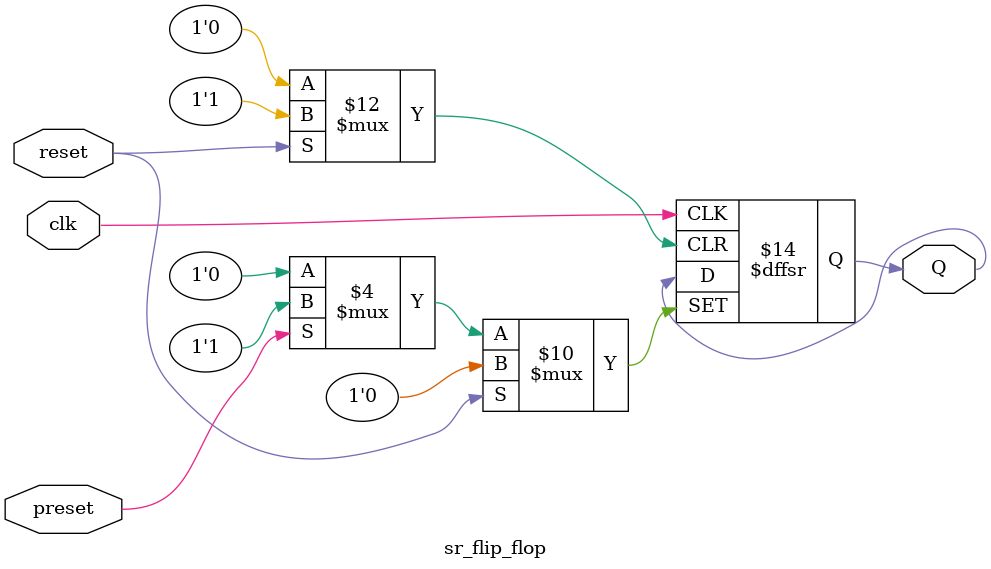
<source format=v>



// Modules:


// ROM memory containing the processor's microcode (ISA)
module ROM_microcode (
    input wire [7:0] address,    // 8-bit address, can address up to 256 positions
    output reg [39:0] data       // 40-bit data (microinstruction) output
);

    always @(*) begin
        case (address)
            // MICROCODE
            8'h00: data = 40'h10000A8001; 
            8'h01: data = 40'h010094000F; 
            8'h02: data = 40'h1000200001; 
            8'h03: data = 40'h0290000000;
			8'h04: data = 40'h0448000001;
			8'h05: data = 40'h0A00200000;
			8'h06: data = 40'h1448202001;
			8'h07: data = 40'h0200001401;
			8'h08: data = 40'h0090000800;
			8'h09: data = 40'h1448202001;
			8'h0A: data = 40'h0200001581;
			8'h0B: data = 40'h0090000800;
			8'h0C: data = 40'h1448202001;
			8'h0D: data = 40'h0200001411;
			8'h0E: data = 40'h0090000800;
			8'h0F: data = 40'h1448202001;
			8'h10: data = 40'h0200001421;
			8'h11: data = 40'h0090000800;
			8'h12: data = 40'h0200002001;
			8'h13: data = 40'h0048001481;
			8'h14: data = 40'h0090000800;
			8'h15: data = 40'h0200002001;
			8'h16: data = 40'h0048001581;
			8'h17: data = 40'h0090000800;
			8'h18: data = 40'h0060002001;
			8'h19: data = 40'h000C001401;
			8'h1A: data = 40'h00A0000800;
			8'h1B: data = 40'h0060002001;
			8'h1C: data = 40'h000C001421;
			8'h1D: data = 40'h00A0000800;
			8'h1E: data = 40'h0060002001;
			8'h1F: data = 40'h000C001581;
			8'h20: data = 40'h00A0000800;
			8'h21: data = 40'h0060002001;
			8'h22: data = 40'h000C001411;
			8'h23: data = 40'h00A0000800;
			8'h24: data = 40'h0048002001;
			8'h25: data = 40'h0000001701;
			8'h26: data = 40'h0090000800;
			8'h27: data = 40'h0048002001;
			8'h28: data = 40'h0200001481;
			8'h29: data = 40'h0090000800;
			8'h2A: data = 40'h0048002001;
			8'h2B: data = 40'h02000015B1;
			8'h2C: data = 40'h0090000800;
			8'h2D: data = 40'h0048002001;
			8'h2E: data = 40'h0200001441;
			8'h2F: data = 40'h0090000800;
			8'h30: data = 40'h1448202001;
			8'h31: data = 40'h0200001580;
			8'h32: data = 40'h0060002001;
			8'h33: data = 40'h000C001580;
			8'h34: data = 40'h0060002001;
			8'h35: data = 40'h00AC001201;
			8'h36: data = 40'h0014000800;
			8'h37: data = 40'h4090000000;
			8'h38: data = 40'h2000000001;
			8'h39: data = 40'h0000000000;
			8'h3A: data = 40'h0000000005;
			8'h3B: data = 40'h0100110000;
			8'h3C: data = 40'h0000000004;
			8'h3D: data = 40'h0100110000;
			8'h3E: data = 40'h0000000003;
			8'h3F: data = 40'h0100110000;
			8'h40: data = 40'h0000000002;
			8'h41: data = 40'h0100110000;
			8'h42: data = 40'h0000000007;
			8'h43: data = 40'h0100110000;
			8'h44: data = 40'h0000000006;
			8'h45: data = 40'h0100110000;
			8'h46: data = 40'h0000000008;
			8'h47: data = 40'h0100110000;
			8'h48: data = 40'h000000000A;
			8'h49: data = 40'h0100110000;
			8'h4A: data = 40'h000000000B;
			8'h4B: data = 40'h0100110000;
			8'h4C: data = 40'h0100110000;
			8'h4D: data = 40'h0048002001;
			8'h4E: data = 40'h0200001581;
			8'h4F: data = 40'h0090000800;
			8'h50: data = 40'h0048002001;
			8'h51: data = 40'h0200001401;
			8'h52: data = 40'h0090000800;
			8'h53: data = 40'h0048002001;
			8'h54: data = 40'h0200001411;
			8'h55: data = 40'h0090000800;
			8'h56: data = 40'h0048002001;
			8'h57: data = 40'h0200001421;
			8'h58: data = 40'h0090000800;
			8'h59: data = 40'h0290000000;
			8'h5A: data = 40'h0048002001;
			8'h5B: data = 40'h0200001580;
			8'h5C: data = 40'h004A000000;
			8'h5D: data = 40'h0091000000;
			8'h5E: data = 40'h0190004000;
			8'h5F: data = 40'h0148000000;
			8'h60: data = 40'h1448202001;
			8'h61: data = 40'h0200001451;
			8'h62: data = 40'h0090000800;
			8'h63: data = 40'h0060002001;
			8'h64: data = 40'h000C001451;
			8'h65: data = 40'h00A0000800;
			8'h66: data = 40'h0048002001;
			8'h67: data = 40'h0200001451;
			8'h68: data = 40'h0090000800;
			8'h69: data = 40'h1448202001;
			8'h6A: data = 40'h0200001410;
			8'h6B: data = 40'h0060002001;
			8'h6C: data = 40'h000C001410;
			8'h6D: data = 40'h0048002001;
			8'h6E: data = 40'h0200001410;
			8'h6F: data = 40'h0000000000;
			8'h70: data = 40'h0000000001;
			8'h71: data = 40'h0000000001;
			8'h72: data = 40'h0000000000;
			8'h73: data = 40'h0048002001;
			8'h74: data = 40'h0000001081;
			8'h75: data = 40'h00B4000800;
			
            default: data = 40'h0000000000; 
        endcase
    end

endmodule

//////////////////////////////////////////////////////////////////////////////////////////////////////////////////////////////////////

// I/O controller: 2 input and 2 output
module controllerIO (
	input wire [7:0] in0,			// Input 0
	input wire [7:0] in1,			// Input 1
	output wire [7:0] out0,		// Output 0
	output wire [7:0] out1,		// Output 0
	
	input wire select_in,			// Device selector 
	input wire [7:0] uPC,			// uPC_out
	
	input wire [7:0] data_bus_out,	// Input from data bus
	output wire [7:0] data_bus_in	// Output to data bus
);

	wire [7:0] out_muxIn;
	wire sel_muxIn;
	
	// 2-input 8-bit multiplexer muxIn
	mux2x8 muxIn (
		.in0(in0),
		.in1(in1),
		.sel(sel_muxIn),
		.out(out_muxIn)
	);
	
	wire en_bufIn;
	
	// 8-bit buffer tristate: muxIn to data bus
	buffer_tristate8bit bufferIn (
		.in(out_muxIn),
		.enable(en_bufIn),
		.out(data_bus_in)
	);
	
	// 8-bit comparator Input
	comparator_8bit compIn (
		.A(8'h5E),
		.B(uPC),
		.A_eq_B(en_bufIn)
	);
	
	wire sel_muxbus;
	
	// 8-bit comparator Output
	comparator_8bit compOut (
		.A(uPC),
		.B(8'h5F),
		.A_eq_B(sel_muxbus)
	);
	
	wire [7:0] in_demuxOut;
	
	// 2-input 8-bit multiplexer muxbus
	mux2x8 muxbus (
		.in0(8'h00),
		.in1(data_bus_out),
		.sel(sel_muxbus),
		.out(in_demuxOut)
	);
	
	// 2-output 8-bit demultiplexer demuxOut
	demux2x8 demuxOut (
		.in(in_demuxOut),
		.sel(select_in),
		.out0(out0),
		.out1(out1)
	);
	
endmodule
	
//////////////////////////////////////////////////////////////////////////////////////////////////////////////////////////////////////

// 8-bit comparator
module comparator_8bit (
    input wire [7:0] A,  // 8-bit input A
    input wire [7:0] B,  // 8-bit input B
    output reg A_eq_B    // Output high when A is equal to B
);

    always @(*) begin
        // Compare A and B: if they are equal, set A_eq_B to 1, otherwise set it to 0
        if (A == B)
            A_eq_B = 1'b1;  // A equals B
        else
            A_eq_B = 1'b0;  // A does not equal B
    end

endmodule


//////////////////////////////////////////////////////////////////////////////////////////////////////////////////////////////////////

// 8-bit Register with asynchronous reset
module registro_8bit (
    input wire clk,           // Clock signal
    input wire reset,         // Asynchronous reset signal
    input wire [7:0] d,       // Input data (8-bit)
    input wire ie,            // Input enable signal
    output reg [7:0] q        // Output data (8-bit)
);

    // Always block with asynchronous reset
    always @(posedge clk or posedge reset) begin
        if (reset) begin
            q <= 8'b00000000;  // Immediately reset the register when reset is active
        end else if (ie) begin
            q <= d;            // Load input value into the register if ie is high
        end
    end

endmodule


////////////////////////////////////////////////////////////////////////////////////////////////////////////////////////////////////////////////////

// 8-bit buffer tristate
module buffer_tristate8bit (
    input wire [7:0] in,       	// Input data (8-bit)
    input wire enable,				// Enable signal
    output wire [7:0] out      	// Output data (8-bit)
);

    assign out = (enable) ? in : 8'bZ;   // If enable=1, the output follows the input, otherwise it is high impedance

endmodule

///////////////////////////////////////////////////////////////////////////////////////////////////////////////////////////////////////////////////

// 1-bit buffer tristate
module buffer_tristate1bit (
    input wire in,       	// Input data (9-bit)
    input wire enable,				// Enable signal
    output wire out      	// Output data (9-bit)
);

    assign out = (enable) ? in : 1'bZ;   // If enable=1, the output follows the input, otherwise it is high impedance

endmodule

// 9-bit buffer tristate
module buffer_tristate9bit (
    input wire [8:0] in,       	// Input data (9-bit)
    input wire enable,				// Enable signal
    output wire [8:0] out      	// Output data (9-bit)
);

    assign out = (enable) ? in : 9'bZ;   // If enable=1, the output follows the input, otherwise it is high impedance

endmodule

//////////////////////////////////////////////////////////////////////////////////////////////////////////////////////////////////////////////////


// Register select block
module register_select (
    input wire clk,              			// Clock signal
    input wire [8:0] instruction_in,  		// Input instruction (9-bit)
    output reg A,							// Output assigned to instruction_in[8]
    output reg B,	              		 	// Output assigned to the negated value of instruction_in[8]
	output wire [7:0] instruction_out
);

    reg [8:0] instruction_prev;  // Register to store the previous instruction

    // Assign the least significant 8 bits to the combinational output
    assign instruction_out = instruction_in[7:0];

    // Synchronous block to update A and B
    always @(posedge clk) begin
        // Update A and B only if instruction_in is not zero
        if (instruction_in != 0) begin
            A <= instruction_in[8];    // A is updated with instruction_in[8]
            B <= ~instruction_in[8];   // B is updated as the complement of instruction_in[8]
        end
        // Store the current instruction
        instruction_prev <= instruction_in;  
    end

endmodule


////////////////////////////////////////////////////////////////////////////////////////////////////////////////////////////////////////////////

// 40-bit comparator
module comparatore_40bit (
    input wire [39:0] A,   	// First 40-bit operand
    input wire [39:0] B,   	// Second 40-bit operand
    output wire A_eq_B     		// Output: 1 if A == B
);

    assign A_eq_B = (A == B);

endmodule

////////////////////////////////////////////////////////////////////////////////////////////////////////////////////////////////////////////////

// 8-bit adder
module adder_8bit (
    input wire [7:0] A,   		// First 8-bit operand
    input wire [7:0] B,   		// Second 8-bit operand
    input wire Cin,       		// Carry in
    output wire [7:0] sum  	// 8-bit sum
);
    // Logic for 8-bit addition
    assign sum = A + B + Cin;

endmodule

////////////////////////////////////////////////////////////////////////////////////////////////////////////////////////////////////////////////

// 8-bit Random number genarator
module casual_gen (
    input wire clk,        		// Clock signal
    input wire enable,     		// Enable signal
    output reg [7:0] q     	// 8-bit pseudo-random number output
);

    // Implementation of LFSR with a characteristic polynomial
    wire feedback;

    // Characteristic polynomial for an 8-bit LFSR: x^8 + x^6 + x^5 + x^4 + 1
    assign feedback = q[7] ^ q[5] ^ q[4] ^ q[3];

    always @(posedge clk) begin
        if (enable) begin
            // If the register is all zeros (invalid state), initialize it
            if (q == 8'b00000000) begin
                q <= 8'b00000001;  			// Fixed initial value to avoid the all-zero state
            end else begin
                q <= {q[6:0], feedback};  	// Shift bits and insert feedback
            end
        end
    end

endmodule


//////////////////////////////////////////////////////////////////////////////////////////////////////////////////////////////////////////////////////

// If you want to change the clock frequency, modify the value of 'MAX_COUNT'
// 25-bit Clock divider
module clock_divider (
    input wire clk_24MHz,  // 24 MHz input clock
    input wire reset,      // Asynchronous reset
    output reg clk_out	   // Output clock
);

    // Maximum count value
    reg [24:0] counter;

    // Maximum counter value
    localparam MAX_COUNT = 12_000_000 - 1;	// Modify this value to change the clk frequency

    always @(posedge clk_24MHz or posedge reset) begin
        if (reset) begin
            counter <= 0;
            clk_out <= 0;
        end else begin
            if (counter == MAX_COUNT) begin
                counter <= 0;
                clk_out <= ~clk_out;  // Output clock
            end else begin
                counter <= counter + 1;
            end
        end
    end
endmodule

///////////////////////////////////////////////////////////////////////////////////////////////////////////////////////////////////////////////////////

// 8-bit ALU
module ALU_8bit (
    input wire [7:0] A,          // First 8-bit operand
    input wire [7:0] B,          // Second 8-bit operand
    input wire BRin,             // If 1, the second operand will be B; if 0, it will be 0
    input wire Cin,              // Carry in
    input wire op,               // Signal to differentiate between addition and subtraction
    input wire [2:0] S,          // Operation selection signals S2, S1, S0
    output reg [7:0] Result,     // Result of the operation
    output reg [7:0] flag        // Status flags: X L E G C V N Z
);

    reg [7:0] B_in;              // Modified B operand
    reg [15:0] temp;              // Temporary variable for carry calculation
	reg [15:0] full_product;	  // Complete product (16-bit)

    always @(*) begin
        // Select the B operand
        if (BRin)
            B_in = 8'b00000000;		// If BRin=0 -> B_in=0
        else
            B_in = B;				// else B_in=B

        // Initialize flags
        flag = 8'b00000000;

        // Operation selection
        case ({Cin, op, S})
            5'b00000: begin // ADDITION (A + B)
                temp = A + B_in + Cin;
                Result = temp[7:0];
                flag[3] = temp[8];  // Carry out
                flag[2] = (A[7] == B_in[7]) & (Result[7] != A[7]);  // Overflow
            end
            5'b11000: begin // SUBTRACTION (A - B)
                temp = A - B_in;
                Result = temp[7:0];
                flag[3] = temp[8];  // Carry out
                flag[2] = (A[7] != B_in[7]) & (Result[7] != A[7]);  // Overflow
            end
            5'b00001: begin // LOGICAL AND (A AND B)
                Result = A & B_in;
            end
            5'b00010: begin // LOGICAL OR (A OR B)
                Result = A | B_in;
            end
            5'b10000: begin // INCREMENT (A + 1)
                temp = A + 1'b1;
                Result = temp[7:0];
                flag[3] = temp[8];  // Carry out
                flag[2] = (A[7] == 1'b0) & (Result[7] != A[7]);  // Overflow
            end
            5'b01000: begin // DECREMENT (A - 1)
                temp = A - 1'b1;
                Result = temp[7:0];
                flag[3] = temp[8];  // Carry out
                flag[2] = (A[7] == 1'b1) & (Result[7] != A[7]);  // Overflow
            end
            5'b11011: begin // LOGICAL SHIFT LEFT (A * 2^B)
                temp = A << B_in;
				Result = temp;
                flag[3] = A[7];  // Most significant bit becomes carry out
				flag[7] = (temp[15:8] != 0); // Shift error flag X
            end
            5'b00100: begin // LOGICAL SHIFT RIGHT (A / 2^B)
                Result = A >> B_in;
                flag[3] = A[0];  // Least significant bit becomes carry out
            end
            5'b01000: begin // ONE'S COMPLEMENT (NOT A)
                Result = ~A;
            end
            5'b11000: begin // TWO'S COMPLEMENT (NEG A)
                Result = -A;
                flag[2] = (A == 8'b10000000);  // Overflow if A is the minimum value
            end
			5'b00101: begin // MULTIPLIER
				temp = A * B_in;
				Result = temp[7:0];
				flag[2] = (temp[15:8] != 0);	// Overflow
				flag[7] = (temp[15:8] != 0);	// Error shift flag X
			end
				
            default: begin
                Result = 8'b00000000;
            end
        endcase

        // Status flags
        flag[0] = (Result == 8'b00000000);  // Zero
        flag[1] = Result[7];  // Negative
        flag[6] = (A < B_in);  // Lower
        flag[5] = (A == B_in);  // Equal
        flag[4] = (A > B_in);  // Greater
    end
endmodule

/////////////////////////////////////////////////////////////////////////////////////////////////////////////////////////////////////////////////////////////////

// 2-input 8-bit multiplexer
module mux_2x1_8bit (
    input wire [7:0] in0,    // 8-bit input 0
    input wire [7:0] in1,    // 8-bit input 1
    input wire sel,          // 1-bit selector
    output wire [7:0] out   // 8-bit output
);

    // MUX logic
    assign out = (sel) ? in1 : in0;

endmodule

// 2-input 1-bit multiplexer
module mux_2x1_1bit (
    input wire in0,          // 1-bit input 0
    input wire in1,          // 1-bit input 1
    input wire sel,          // 1-bit selector
    output wire out          // 1-bit output
);

    // MUX logic
    assign out = (sel) ? in1 : in0;

endmodule

// 16-input 1-bit multiplexer
module mux_16x1 (
    input wire [15:0] in,   // 16 1-bit inputs
    input wire [3:0] sel,   // 4-bit selector signal
    output reg out           // 1-bit output
);

    always @(*) begin
        case (sel)
            4'b0000: out = in[0];
            4'b0001: out = in[1];
            4'b0010: out = in[2];
            4'b0011: out = in[3];
            4'b0100: out = in[4];
            4'b0101: out = in[5];
            4'b0110: out = in[6];
            4'b0111: out = in[7];
            4'b1000: out = in[8];
            4'b1001: out = in[9];
            4'b1010: out = in[10];
            4'b1011: out = in[11];
            4'b1100: out = in[12];
            4'b1101: out = in[13];
            4'b1110: out = in[14];
            4'b1111: out = in[15];
        endcase
    end

endmodule

////////////////////////////////////////////////////////////////////////////////////////////////////////////////////////////////////

// 2-input 8-bit multiplexer
module mux2x8 (
    input [7:0] in0,  // Input 0 (8-bit)
    input [7:0] in1,  // Input 1 (8-bit)
    input sel,  	   // Selector signal 1 bit
    output reg [7:0] out  // Uscita da 8 bit
);

always @(*) begin
    case (sel)
        1'b0: out = in0;
        1'b1: out = in1;
        default: out = 8'b00000000; // Default case
    endcase
end

endmodule

///////////////////////////////////////////////////////////////////////////////////////////////////////////////////////////////////

// 2-output 8-bit demultiplexer
module demux2x8 (
    input wire [7:0] in,    	// Input (8-bit)
    input wire sel,         	// Selector (1-bit)
    output reg [7:0] out0,  	// Output 0 (8-bit)
    output reg [7:0] out1   	// Output 1 (8-bit)
);

    always @(*) begin
        if (sel == 1'b0) begin
            out0 = in;
            out1 = 8'b0;
        end else begin
            out0 = 8'b0;
            out1 = in;
        end
    end

endmodule

///////////////////////////////////////////////////////////////////////////////////////////////////////////////////////////////////

// Flip-flop SR
module sr_flip_flop (
    input wire clk,      // Clock signal
    input wire preset,   // Asynchronous preset (sets Q to 1)
    input wire reset,    // Asynchronous reset (resets Q to 0)
    output reg Q         // Flip-flop output
);

    // Always block triggered on the rising edge of clock or on preset/reset signals
    always @(posedge clk or posedge reset or posedge preset) begin
        if (reset)         // If reset is active (high)
            Q <= 1'b0;     // Reset Q to 0
        else if (preset)   // If preset is active (high)
			Q <= 1'b1;     // Set Q to 1
    end

endmodule


</source>
